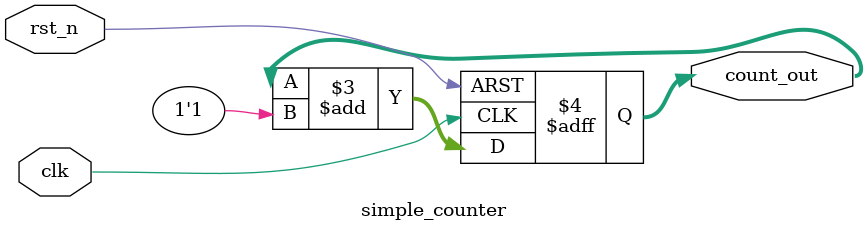
<source format=v>
module simple_counter (
    input               clk,    // 时钟
    input               rst_n,  // 复位信号 (低电平有效)
    output  reg [3:0]   count_out // 4位计数输出
);

    // always @(posedge clk or negedge rst_n)
    // 敏感列表里多了一个 negedge rst_n
    // 这表示：无论是时钟上升沿，还是复位信号下降沿，都会触发这个模块
    always @(posedge clk or negedge rst_n) begin
        // 复位逻辑，优先级最高
        if (!rst_n) begin
            // 当 rst_n 为0时，强制把计数器清零
            // 这是为了让电路一上电就有个确定的初始状态
            count_out <= 4'b0000;
        end
        // 正常计数逻辑
        else begin
            // 这行代码就完美实现了我们上面的分析：
            // 下一个值 (赋值给count_out) = 当前值 (count_out) + 1
            count_out <= count_out + 1'b1;
        end
    end

endmodule
</source>
